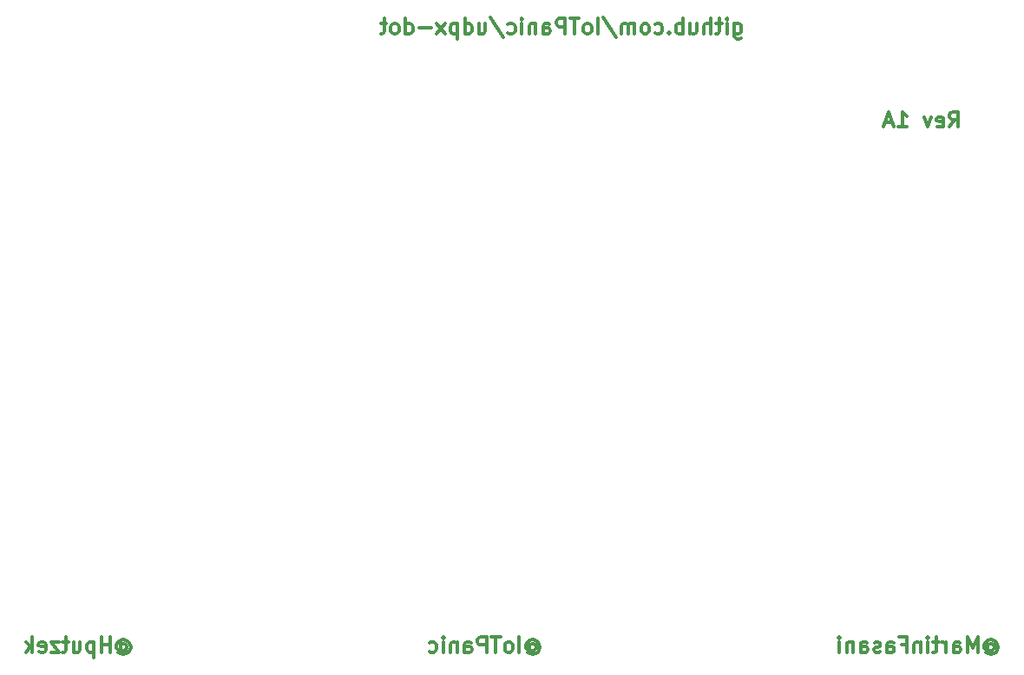
<source format=gbo>
G04 #@! TF.GenerationSoftware,KiCad,Pcbnew,5.1.5-1.fc30*
G04 #@! TF.CreationDate,2020-01-13T20:30:00-05:00*
G04 #@! TF.ProjectId,dot,646f742e-6b69-4636-9164-5f7063625858,rev?*
G04 #@! TF.SameCoordinates,Original*
G04 #@! TF.FileFunction,Legend,Bot*
G04 #@! TF.FilePolarity,Positive*
%FSLAX46Y46*%
G04 Gerber Fmt 4.6, Leading zero omitted, Abs format (unit mm)*
G04 Created by KiCad (PCBNEW 5.1.5-1.fc30) date 2020-01-13 20:30:00*
%MOMM*%
%LPD*%
G04 APERTURE LIST*
%ADD10C,0.300000*%
G04 APERTURE END LIST*
D10*
X122921428Y-63578571D02*
X122921428Y-64792857D01*
X122992857Y-64935714D01*
X123064285Y-65007142D01*
X123207142Y-65078571D01*
X123421428Y-65078571D01*
X123564285Y-65007142D01*
X122921428Y-64507142D02*
X123064285Y-64578571D01*
X123350000Y-64578571D01*
X123492857Y-64507142D01*
X123564285Y-64435714D01*
X123635714Y-64292857D01*
X123635714Y-63864285D01*
X123564285Y-63721428D01*
X123492857Y-63650000D01*
X123350000Y-63578571D01*
X123064285Y-63578571D01*
X122921428Y-63650000D01*
X122207142Y-64578571D02*
X122207142Y-63578571D01*
X122207142Y-63078571D02*
X122278571Y-63150000D01*
X122207142Y-63221428D01*
X122135714Y-63150000D01*
X122207142Y-63078571D01*
X122207142Y-63221428D01*
X121707142Y-63578571D02*
X121135714Y-63578571D01*
X121492857Y-63078571D02*
X121492857Y-64364285D01*
X121421428Y-64507142D01*
X121278571Y-64578571D01*
X121135714Y-64578571D01*
X120635714Y-64578571D02*
X120635714Y-63078571D01*
X119992857Y-64578571D02*
X119992857Y-63792857D01*
X120064285Y-63650000D01*
X120207142Y-63578571D01*
X120421428Y-63578571D01*
X120564285Y-63650000D01*
X120635714Y-63721428D01*
X118635714Y-63578571D02*
X118635714Y-64578571D01*
X119278571Y-63578571D02*
X119278571Y-64364285D01*
X119207142Y-64507142D01*
X119064285Y-64578571D01*
X118850000Y-64578571D01*
X118707142Y-64507142D01*
X118635714Y-64435714D01*
X117921428Y-64578571D02*
X117921428Y-63078571D01*
X117921428Y-63650000D02*
X117778571Y-63578571D01*
X117492857Y-63578571D01*
X117350000Y-63650000D01*
X117278571Y-63721428D01*
X117207142Y-63864285D01*
X117207142Y-64292857D01*
X117278571Y-64435714D01*
X117350000Y-64507142D01*
X117492857Y-64578571D01*
X117778571Y-64578571D01*
X117921428Y-64507142D01*
X116564285Y-64435714D02*
X116492857Y-64507142D01*
X116564285Y-64578571D01*
X116635714Y-64507142D01*
X116564285Y-64435714D01*
X116564285Y-64578571D01*
X115207142Y-64507142D02*
X115350000Y-64578571D01*
X115635714Y-64578571D01*
X115778571Y-64507142D01*
X115850000Y-64435714D01*
X115921428Y-64292857D01*
X115921428Y-63864285D01*
X115850000Y-63721428D01*
X115778571Y-63650000D01*
X115635714Y-63578571D01*
X115350000Y-63578571D01*
X115207142Y-63650000D01*
X114350000Y-64578571D02*
X114492857Y-64507142D01*
X114564285Y-64435714D01*
X114635714Y-64292857D01*
X114635714Y-63864285D01*
X114564285Y-63721428D01*
X114492857Y-63650000D01*
X114350000Y-63578571D01*
X114135714Y-63578571D01*
X113992857Y-63650000D01*
X113921428Y-63721428D01*
X113850000Y-63864285D01*
X113850000Y-64292857D01*
X113921428Y-64435714D01*
X113992857Y-64507142D01*
X114135714Y-64578571D01*
X114350000Y-64578571D01*
X113207142Y-64578571D02*
X113207142Y-63578571D01*
X113207142Y-63721428D02*
X113135714Y-63650000D01*
X112992857Y-63578571D01*
X112778571Y-63578571D01*
X112635714Y-63650000D01*
X112564285Y-63792857D01*
X112564285Y-64578571D01*
X112564285Y-63792857D02*
X112492857Y-63650000D01*
X112350000Y-63578571D01*
X112135714Y-63578571D01*
X111992857Y-63650000D01*
X111921428Y-63792857D01*
X111921428Y-64578571D01*
X110135714Y-63007142D02*
X111421428Y-64935714D01*
X109635714Y-64578571D02*
X109635714Y-63078571D01*
X108707142Y-64578571D02*
X108850000Y-64507142D01*
X108921428Y-64435714D01*
X108992857Y-64292857D01*
X108992857Y-63864285D01*
X108921428Y-63721428D01*
X108850000Y-63650000D01*
X108707142Y-63578571D01*
X108492857Y-63578571D01*
X108350000Y-63650000D01*
X108278571Y-63721428D01*
X108207142Y-63864285D01*
X108207142Y-64292857D01*
X108278571Y-64435714D01*
X108350000Y-64507142D01*
X108492857Y-64578571D01*
X108707142Y-64578571D01*
X107778571Y-63078571D02*
X106921428Y-63078571D01*
X107350000Y-64578571D02*
X107350000Y-63078571D01*
X106421428Y-64578571D02*
X106421428Y-63078571D01*
X105850000Y-63078571D01*
X105707142Y-63150000D01*
X105635714Y-63221428D01*
X105564285Y-63364285D01*
X105564285Y-63578571D01*
X105635714Y-63721428D01*
X105707142Y-63792857D01*
X105850000Y-63864285D01*
X106421428Y-63864285D01*
X104278571Y-64578571D02*
X104278571Y-63792857D01*
X104350000Y-63650000D01*
X104492857Y-63578571D01*
X104778571Y-63578571D01*
X104921428Y-63650000D01*
X104278571Y-64507142D02*
X104421428Y-64578571D01*
X104778571Y-64578571D01*
X104921428Y-64507142D01*
X104992857Y-64364285D01*
X104992857Y-64221428D01*
X104921428Y-64078571D01*
X104778571Y-64007142D01*
X104421428Y-64007142D01*
X104278571Y-63935714D01*
X103564285Y-63578571D02*
X103564285Y-64578571D01*
X103564285Y-63721428D02*
X103492857Y-63650000D01*
X103350000Y-63578571D01*
X103135714Y-63578571D01*
X102992857Y-63650000D01*
X102921428Y-63792857D01*
X102921428Y-64578571D01*
X102207142Y-64578571D02*
X102207142Y-63578571D01*
X102207142Y-63078571D02*
X102278571Y-63150000D01*
X102207142Y-63221428D01*
X102135714Y-63150000D01*
X102207142Y-63078571D01*
X102207142Y-63221428D01*
X100850000Y-64507142D02*
X100992857Y-64578571D01*
X101278571Y-64578571D01*
X101421428Y-64507142D01*
X101492857Y-64435714D01*
X101564285Y-64292857D01*
X101564285Y-63864285D01*
X101492857Y-63721428D01*
X101421428Y-63650000D01*
X101278571Y-63578571D01*
X100992857Y-63578571D01*
X100850000Y-63650000D01*
X99135714Y-63007142D02*
X100421428Y-64935714D01*
X97992857Y-63578571D02*
X97992857Y-64578571D01*
X98635714Y-63578571D02*
X98635714Y-64364285D01*
X98564285Y-64507142D01*
X98421428Y-64578571D01*
X98207142Y-64578571D01*
X98064285Y-64507142D01*
X97992857Y-64435714D01*
X96635714Y-64578571D02*
X96635714Y-63078571D01*
X96635714Y-64507142D02*
X96778571Y-64578571D01*
X97064285Y-64578571D01*
X97207142Y-64507142D01*
X97278571Y-64435714D01*
X97350000Y-64292857D01*
X97350000Y-63864285D01*
X97278571Y-63721428D01*
X97207142Y-63650000D01*
X97064285Y-63578571D01*
X96778571Y-63578571D01*
X96635714Y-63650000D01*
X95921428Y-63578571D02*
X95921428Y-65078571D01*
X95921428Y-63650000D02*
X95778571Y-63578571D01*
X95492857Y-63578571D01*
X95350000Y-63650000D01*
X95278571Y-63721428D01*
X95207142Y-63864285D01*
X95207142Y-64292857D01*
X95278571Y-64435714D01*
X95350000Y-64507142D01*
X95492857Y-64578571D01*
X95778571Y-64578571D01*
X95921428Y-64507142D01*
X94707142Y-64578571D02*
X93921428Y-63578571D01*
X94707142Y-63578571D02*
X93921428Y-64578571D01*
X93350000Y-64007142D02*
X92207142Y-64007142D01*
X90850000Y-64578571D02*
X90850000Y-63078571D01*
X90850000Y-64507142D02*
X90992857Y-64578571D01*
X91278571Y-64578571D01*
X91421428Y-64507142D01*
X91492857Y-64435714D01*
X91564285Y-64292857D01*
X91564285Y-63864285D01*
X91492857Y-63721428D01*
X91421428Y-63650000D01*
X91278571Y-63578571D01*
X90992857Y-63578571D01*
X90850000Y-63650000D01*
X89921428Y-64578571D02*
X90064285Y-64507142D01*
X90135714Y-64435714D01*
X90207142Y-64292857D01*
X90207142Y-63864285D01*
X90135714Y-63721428D01*
X90064285Y-63650000D01*
X89921428Y-63578571D01*
X89707142Y-63578571D01*
X89564285Y-63650000D01*
X89492857Y-63721428D01*
X89421428Y-63864285D01*
X89421428Y-64292857D01*
X89492857Y-64435714D01*
X89564285Y-64507142D01*
X89707142Y-64578571D01*
X89921428Y-64578571D01*
X88992857Y-63578571D02*
X88421428Y-63578571D01*
X88778571Y-63078571D02*
X88778571Y-64364285D01*
X88707142Y-64507142D01*
X88564285Y-64578571D01*
X88421428Y-64578571D01*
X147678571Y-124214285D02*
X147749999Y-124142857D01*
X147892857Y-124071428D01*
X148035714Y-124071428D01*
X148178571Y-124142857D01*
X148249999Y-124214285D01*
X148321428Y-124357142D01*
X148321428Y-124500000D01*
X148249999Y-124642857D01*
X148178571Y-124714285D01*
X148035714Y-124785714D01*
X147892857Y-124785714D01*
X147749999Y-124714285D01*
X147678571Y-124642857D01*
X147678571Y-124071428D02*
X147678571Y-124642857D01*
X147607142Y-124714285D01*
X147535714Y-124714285D01*
X147392857Y-124642857D01*
X147321428Y-124500000D01*
X147321428Y-124142857D01*
X147464285Y-123928571D01*
X147678571Y-123785714D01*
X147964285Y-123714285D01*
X148249999Y-123785714D01*
X148464285Y-123928571D01*
X148607142Y-124142857D01*
X148678571Y-124428571D01*
X148607142Y-124714285D01*
X148464285Y-124928571D01*
X148249999Y-125071428D01*
X147964285Y-125142857D01*
X147678571Y-125071428D01*
X147464285Y-124928571D01*
X146678571Y-124928571D02*
X146678571Y-123428571D01*
X146178571Y-124500000D01*
X145678571Y-123428571D01*
X145678571Y-124928571D01*
X144321428Y-124928571D02*
X144321428Y-124142857D01*
X144392857Y-124000000D01*
X144535714Y-123928571D01*
X144821428Y-123928571D01*
X144964285Y-124000000D01*
X144321428Y-124857142D02*
X144464285Y-124928571D01*
X144821428Y-124928571D01*
X144964285Y-124857142D01*
X145035714Y-124714285D01*
X145035714Y-124571428D01*
X144964285Y-124428571D01*
X144821428Y-124357142D01*
X144464285Y-124357142D01*
X144321428Y-124285714D01*
X143607142Y-124928571D02*
X143607142Y-123928571D01*
X143607142Y-124214285D02*
X143535714Y-124071428D01*
X143464285Y-124000000D01*
X143321428Y-123928571D01*
X143178571Y-123928571D01*
X142892857Y-123928571D02*
X142321428Y-123928571D01*
X142678571Y-123428571D02*
X142678571Y-124714285D01*
X142607142Y-124857142D01*
X142464285Y-124928571D01*
X142321428Y-124928571D01*
X141821428Y-124928571D02*
X141821428Y-123928571D01*
X141821428Y-123428571D02*
X141892857Y-123500000D01*
X141821428Y-123571428D01*
X141749999Y-123500000D01*
X141821428Y-123428571D01*
X141821428Y-123571428D01*
X141107142Y-123928571D02*
X141107142Y-124928571D01*
X141107142Y-124071428D02*
X141035714Y-124000000D01*
X140892857Y-123928571D01*
X140678571Y-123928571D01*
X140535714Y-124000000D01*
X140464285Y-124142857D01*
X140464285Y-124928571D01*
X139249999Y-124142857D02*
X139749999Y-124142857D01*
X139749999Y-124928571D02*
X139749999Y-123428571D01*
X139035714Y-123428571D01*
X137821428Y-124928571D02*
X137821428Y-124142857D01*
X137892857Y-124000000D01*
X138035714Y-123928571D01*
X138321428Y-123928571D01*
X138464285Y-124000000D01*
X137821428Y-124857142D02*
X137964285Y-124928571D01*
X138321428Y-124928571D01*
X138464285Y-124857142D01*
X138535714Y-124714285D01*
X138535714Y-124571428D01*
X138464285Y-124428571D01*
X138321428Y-124357142D01*
X137964285Y-124357142D01*
X137821428Y-124285714D01*
X137178571Y-124857142D02*
X137035714Y-124928571D01*
X136749999Y-124928571D01*
X136607142Y-124857142D01*
X136535714Y-124714285D01*
X136535714Y-124642857D01*
X136607142Y-124500000D01*
X136749999Y-124428571D01*
X136964285Y-124428571D01*
X137107142Y-124357142D01*
X137178571Y-124214285D01*
X137178571Y-124142857D01*
X137107142Y-124000000D01*
X136964285Y-123928571D01*
X136749999Y-123928571D01*
X136607142Y-124000000D01*
X135249999Y-124928571D02*
X135249999Y-124142857D01*
X135321428Y-124000000D01*
X135464285Y-123928571D01*
X135749999Y-123928571D01*
X135892857Y-124000000D01*
X135249999Y-124857142D02*
X135392857Y-124928571D01*
X135749999Y-124928571D01*
X135892857Y-124857142D01*
X135964285Y-124714285D01*
X135964285Y-124571428D01*
X135892857Y-124428571D01*
X135749999Y-124357142D01*
X135392857Y-124357142D01*
X135249999Y-124285714D01*
X134535714Y-123928571D02*
X134535714Y-124928571D01*
X134535714Y-124071428D02*
X134464285Y-124000000D01*
X134321428Y-123928571D01*
X134107142Y-123928571D01*
X133964285Y-124000000D01*
X133892857Y-124142857D01*
X133892857Y-124928571D01*
X133178571Y-124928571D02*
X133178571Y-123928571D01*
X133178571Y-123428571D02*
X133249999Y-123500000D01*
X133178571Y-123571428D01*
X133107142Y-123500000D01*
X133178571Y-123428571D01*
X133178571Y-123571428D01*
X102964285Y-124214285D02*
X103035714Y-124142857D01*
X103178571Y-124071428D01*
X103321428Y-124071428D01*
X103464285Y-124142857D01*
X103535714Y-124214285D01*
X103607142Y-124357142D01*
X103607142Y-124500000D01*
X103535714Y-124642857D01*
X103464285Y-124714285D01*
X103321428Y-124785714D01*
X103178571Y-124785714D01*
X103035714Y-124714285D01*
X102964285Y-124642857D01*
X102964285Y-124071428D02*
X102964285Y-124642857D01*
X102892857Y-124714285D01*
X102821428Y-124714285D01*
X102678571Y-124642857D01*
X102607142Y-124500000D01*
X102607142Y-124142857D01*
X102749999Y-123928571D01*
X102964285Y-123785714D01*
X103249999Y-123714285D01*
X103535714Y-123785714D01*
X103749999Y-123928571D01*
X103892857Y-124142857D01*
X103964285Y-124428571D01*
X103892857Y-124714285D01*
X103749999Y-124928571D01*
X103535714Y-125071428D01*
X103249999Y-125142857D01*
X102964285Y-125071428D01*
X102749999Y-124928571D01*
X101964285Y-124928571D02*
X101964285Y-123428571D01*
X101035714Y-124928571D02*
X101178571Y-124857142D01*
X101249999Y-124785714D01*
X101321428Y-124642857D01*
X101321428Y-124214285D01*
X101249999Y-124071428D01*
X101178571Y-124000000D01*
X101035714Y-123928571D01*
X100821428Y-123928571D01*
X100678571Y-124000000D01*
X100607142Y-124071428D01*
X100535714Y-124214285D01*
X100535714Y-124642857D01*
X100607142Y-124785714D01*
X100678571Y-124857142D01*
X100821428Y-124928571D01*
X101035714Y-124928571D01*
X100107142Y-123428571D02*
X99249999Y-123428571D01*
X99678571Y-124928571D02*
X99678571Y-123428571D01*
X98749999Y-124928571D02*
X98749999Y-123428571D01*
X98178571Y-123428571D01*
X98035714Y-123500000D01*
X97964285Y-123571428D01*
X97892857Y-123714285D01*
X97892857Y-123928571D01*
X97964285Y-124071428D01*
X98035714Y-124142857D01*
X98178571Y-124214285D01*
X98749999Y-124214285D01*
X96607142Y-124928571D02*
X96607142Y-124142857D01*
X96678571Y-124000000D01*
X96821428Y-123928571D01*
X97107142Y-123928571D01*
X97249999Y-124000000D01*
X96607142Y-124857142D02*
X96749999Y-124928571D01*
X97107142Y-124928571D01*
X97249999Y-124857142D01*
X97321428Y-124714285D01*
X97321428Y-124571428D01*
X97249999Y-124428571D01*
X97107142Y-124357142D01*
X96749999Y-124357142D01*
X96607142Y-124285714D01*
X95892857Y-123928571D02*
X95892857Y-124928571D01*
X95892857Y-124071428D02*
X95821428Y-124000000D01*
X95678571Y-123928571D01*
X95464285Y-123928571D01*
X95321428Y-124000000D01*
X95249999Y-124142857D01*
X95249999Y-124928571D01*
X94535714Y-124928571D02*
X94535714Y-123928571D01*
X94535714Y-123428571D02*
X94607142Y-123500000D01*
X94535714Y-123571428D01*
X94464285Y-123500000D01*
X94535714Y-123428571D01*
X94535714Y-123571428D01*
X93178571Y-124857142D02*
X93321428Y-124928571D01*
X93607142Y-124928571D01*
X93749999Y-124857142D01*
X93821428Y-124785714D01*
X93892857Y-124642857D01*
X93892857Y-124214285D01*
X93821428Y-124071428D01*
X93749999Y-124000000D01*
X93607142Y-123928571D01*
X93321428Y-123928571D01*
X93178571Y-124000000D01*
X63035714Y-124214285D02*
X63107142Y-124142857D01*
X63249999Y-124071428D01*
X63392857Y-124071428D01*
X63535714Y-124142857D01*
X63607142Y-124214285D01*
X63678571Y-124357142D01*
X63678571Y-124500000D01*
X63607142Y-124642857D01*
X63535714Y-124714285D01*
X63392857Y-124785714D01*
X63249999Y-124785714D01*
X63107142Y-124714285D01*
X63035714Y-124642857D01*
X63035714Y-124071428D02*
X63035714Y-124642857D01*
X62964285Y-124714285D01*
X62892857Y-124714285D01*
X62749999Y-124642857D01*
X62678571Y-124500000D01*
X62678571Y-124142857D01*
X62821428Y-123928571D01*
X63035714Y-123785714D01*
X63321428Y-123714285D01*
X63607142Y-123785714D01*
X63821428Y-123928571D01*
X63964285Y-124142857D01*
X64035714Y-124428571D01*
X63964285Y-124714285D01*
X63821428Y-124928571D01*
X63607142Y-125071428D01*
X63321428Y-125142857D01*
X63035714Y-125071428D01*
X62821428Y-124928571D01*
X62035714Y-124928571D02*
X62035714Y-123428571D01*
X62035714Y-124142857D02*
X61178571Y-124142857D01*
X61178571Y-124928571D02*
X61178571Y-123428571D01*
X60464285Y-123928571D02*
X60464285Y-125428571D01*
X60464285Y-124000000D02*
X60321428Y-123928571D01*
X60035714Y-123928571D01*
X59892857Y-124000000D01*
X59821428Y-124071428D01*
X59749999Y-124214285D01*
X59749999Y-124642857D01*
X59821428Y-124785714D01*
X59892857Y-124857142D01*
X60035714Y-124928571D01*
X60321428Y-124928571D01*
X60464285Y-124857142D01*
X58464285Y-123928571D02*
X58464285Y-124928571D01*
X59107142Y-123928571D02*
X59107142Y-124714285D01*
X59035714Y-124857142D01*
X58892857Y-124928571D01*
X58678571Y-124928571D01*
X58535714Y-124857142D01*
X58464285Y-124785714D01*
X57964285Y-123928571D02*
X57392857Y-123928571D01*
X57749999Y-123428571D02*
X57749999Y-124714285D01*
X57678571Y-124857142D01*
X57535714Y-124928571D01*
X57392857Y-124928571D01*
X57035714Y-123928571D02*
X56249999Y-123928571D01*
X57035714Y-124928571D01*
X56249999Y-124928571D01*
X55107142Y-124857142D02*
X55249999Y-124928571D01*
X55535714Y-124928571D01*
X55678571Y-124857142D01*
X55749999Y-124714285D01*
X55749999Y-124142857D01*
X55678571Y-124000000D01*
X55535714Y-123928571D01*
X55249999Y-123928571D01*
X55107142Y-124000000D01*
X55035714Y-124142857D01*
X55035714Y-124285714D01*
X55749999Y-124428571D01*
X54392857Y-124928571D02*
X54392857Y-123428571D01*
X54249999Y-124357142D02*
X53821428Y-124928571D01*
X53821428Y-123928571D02*
X54392857Y-124500000D01*
X143928571Y-73678571D02*
X144428571Y-72964285D01*
X144785714Y-73678571D02*
X144785714Y-72178571D01*
X144214285Y-72178571D01*
X144071428Y-72250000D01*
X144000000Y-72321428D01*
X143928571Y-72464285D01*
X143928571Y-72678571D01*
X144000000Y-72821428D01*
X144071428Y-72892857D01*
X144214285Y-72964285D01*
X144785714Y-72964285D01*
X142714285Y-73607142D02*
X142857142Y-73678571D01*
X143142857Y-73678571D01*
X143285714Y-73607142D01*
X143357142Y-73464285D01*
X143357142Y-72892857D01*
X143285714Y-72750000D01*
X143142857Y-72678571D01*
X142857142Y-72678571D01*
X142714285Y-72750000D01*
X142642857Y-72892857D01*
X142642857Y-73035714D01*
X143357142Y-73178571D01*
X142142857Y-72678571D02*
X141785714Y-73678571D01*
X141428571Y-72678571D01*
X138928571Y-73678571D02*
X139785714Y-73678571D01*
X139357142Y-73678571D02*
X139357142Y-72178571D01*
X139500000Y-72392857D01*
X139642857Y-72535714D01*
X139785714Y-72607142D01*
X138357142Y-73250000D02*
X137642857Y-73250000D01*
X138500000Y-73678571D02*
X138000000Y-72178571D01*
X137500000Y-73678571D01*
M02*

</source>
